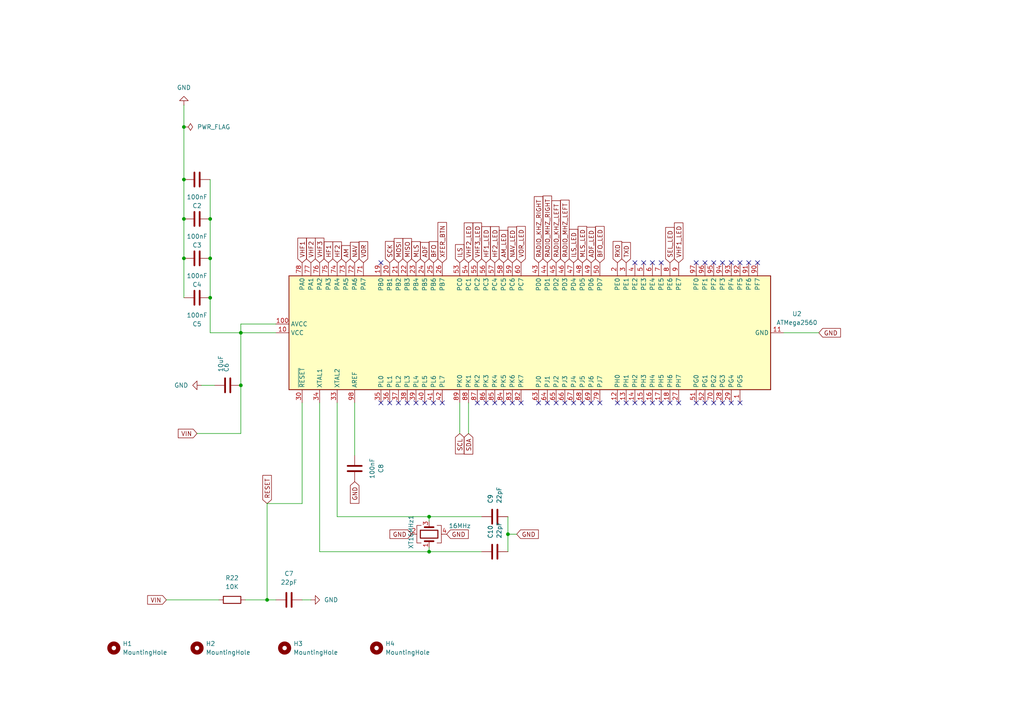
<source format=kicad_sch>
(kicad_sch (version 20231120) (generator "eeschema") (generator_version "8.0")
  (paper "A4")
  (lib_symbols
    (symbol "Device:C" (pin_numbers hide) (pin_names (offset 0.254))
      (property "Reference" "C" (at 0.635 2.54 0))
      (property "Value" "C" (at 0.635 -2.54 0))
      (symbol "C_0_1"
        (polyline (pts (xy -2.032 -0.762) (xy 2.032 -0.762)) (stroke (width 0.508)))
        (polyline (pts (xy -2.032 0.762) (xy 2.032 0.762)) (stroke (width 0.508)))
      )
      (symbol "C_1_1"
        (pin passive line (at 0 3.81 270) (length 2.794) (name "~") (number "1"))
        (pin passive line (at 0 -3.81 90) (length 2.794) (name "~") (number "2"))
      )
    )
    (symbol "Device:Crystal_GND24" (pin_names (offset 1.016) hide)
      (property "Reference" "Y" (at 3.175 5.08 0))
      (property "Value" "Crystal_GND24" (at 3.175 3.175 0))
      (symbol "Crystal_GND24_0_1"
        (rectangle (start -1.143 2.54) (end 1.143 -2.54) (stroke (width 0.3048)))
        (polyline (pts (xy -2.54 0) (xy -2.032 0)))
        (polyline (pts (xy -2.032 -1.27) (xy -2.032 1.27)) (stroke (width 0.508)))
        (polyline (pts (xy 0 -3.81) (xy 0 -3.556)))
        (polyline (pts (xy 0 3.556) (xy 0 3.81)))
        (polyline (pts (xy 2.032 -1.27) (xy 2.032 1.27)) (stroke (width 0.508)))
        (polyline (pts (xy 2.032 0) (xy 2.54 0)))
        (polyline (pts (xy -2.54 -2.286) (xy -2.54 -3.556) (xy 2.54 -3.556) (xy 2.54 -2.286)))
        (polyline (pts (xy -2.54 2.286) (xy -2.54 3.556) (xy 2.54 3.556) (xy 2.54 2.286)))
      )
      (symbol "Crystal_GND24_1_1"
        (pin passive line (at -3.81 0 0) (length 1.27) (name "1") (number "1"))
        (pin passive line (at 0 5.08 270) (length 1.27) (name "2") (number "2"))
        (pin passive line (at 3.81 0 180) (length 1.27) (name "3") (number "3"))
        (pin passive line (at 0 -5.08 90) (length 1.27) (name "4") (number "4"))
      )
    )
    (symbol "Device:R" (pin_numbers hide) (pin_names (offset 0))
      (property "Reference" "R" (at 2.032 0 90))
      (property "Value" "R" (at 0 0 90))
      (symbol "R_0_1"
        (rectangle (start -1.016 -2.54) (end 1.016 2.54) (stroke (width 0.254)))
      )
      (symbol "R_1_1"
        (pin passive line (at 0 3.81 270) (length 1.27) (name "~") (number "1"))
        (pin passive line (at 0 -3.81 90) (length 1.27) (name "~") (number "2"))
      )
    )
    (symbol "MCU_Microchip_ATmega:ATmega2560-16A"
      (property "Reference" "U" (at 0 1.27 0))
      (property "Value" "ATmega2560-16A" (at 0 -1.27 0))
      (symbol "ATmega2560-16A_0_1"
        (rectangle (start -16.51 -69.85) (end 16.51 69.85) (stroke (width 0.254)) (fill (type background)))
      )
      (symbol "ATmega2560-16A_1_1"
        (pin bidirectional line (at -20.32 -60.96 0) (length 3.81) (name "PG5") (number "1"))
        (pin power_in line (at 0 73.66 270) (length 3.81) (name "VCC") (number "10"))
        (pin power_in line (at 2.54 73.66 270) (length 3.81) (name "AVCC") (number "100"))
        (pin power_in line (at 0 -73.66 90) (length 3.81) (name "GND") (number "11"))
        (pin bidirectional line (at -20.32 -25.4 0) (length 3.81) (name "PH0") (number "12"))
        (pin bidirectional line (at -20.32 -27.94 0) (length 3.81) (name "PH1") (number "13"))
        (pin bidirectional line (at -20.32 -30.48 0) (length 3.81) (name "PH2") (number "14"))
        (pin bidirectional line (at -20.32 -33.02 0) (length 3.81) (name "PH3") (number "15"))
        (pin bidirectional line (at -20.32 -35.56 0) (length 3.81) (name "PH4") (number "16"))
        (pin bidirectional line (at -20.32 -38.1 0) (length 3.81) (name "PH5") (number "17"))
        (pin bidirectional line (at -20.32 -40.64 0) (length 3.81) (name "PH6") (number "18"))
        (pin bidirectional line (at 20.32 43.18 180) (length 3.81) (name "PB0") (number "19"))
        (pin bidirectional line (at 20.32 -25.4 180) (length 3.81) (name "PE0") (number "2"))
        (pin bidirectional line (at 20.32 40.64 180) (length 3.81) (name "PB1") (number "20"))
        (pin bidirectional line (at 20.32 38.1 180) (length 3.81) (name "PB2") (number "21"))
        (pin bidirectional line (at 20.32 35.56 180) (length 3.81) (name "PB3") (number "22"))
        (pin bidirectional line (at 20.32 33.02 180) (length 3.81) (name "PB4") (number "23"))
        (pin bidirectional line (at 20.32 30.48 180) (length 3.81) (name "PB5") (number "24"))
        (pin bidirectional line (at 20.32 27.94 180) (length 3.81) (name "PB6") (number "25"))
        (pin bidirectional line (at 20.32 25.4 180) (length 3.81) (name "PB7") (number "26"))
        (pin bidirectional line (at -20.32 -43.18 0) (length 3.81) (name "PH7") (number "27"))
        (pin bidirectional line (at -20.32 -55.88 0) (length 3.81) (name "PG3") (number "28"))
        (pin bidirectional line (at -20.32 -58.42 0) (length 3.81) (name "PG4") (number "29"))
        (pin bidirectional line (at 20.32 -27.94 180) (length 3.81) (name "PE1") (number "3"))
        (pin input line (at -20.32 66.04 0) (length 3.81) (name "~{RESET}") (number "30"))
        (pin passive line (at 0 73.66 270) (length 3.81) hide (name "VCC") (number "31"))
        (pin passive line (at 0 -73.66 90) (length 3.81) hide (name "GND") (number "32"))
        (pin output line (at -20.32 55.88 0) (length 3.81) (name "XTAL2") (number "33"))
        (pin input line (at -20.32 60.96 0) (length 3.81) (name "XTAL1") (number "34"))
        (pin bidirectional line (at -20.32 43.18 0) (length 3.81) (name "PL0") (number "35"))
        (pin bidirectional line (at -20.32 40.64 0) (length 3.81) (name "PL1") (number "36"))
        (pin bidirectional line (at -20.32 38.1 0) (length 3.81) (name "PL2") (number "37"))
        (pin bidirectional line (at -20.32 35.56 0) (length 3.81) (name "PL3") (number "38"))
        (pin bidirectional line (at -20.32 33.02 0) (length 3.81) (name "PL4") (number "39"))
        (pin bidirectional line (at 20.32 -30.48 180) (length 3.81) (name "PE2") (number "4"))
        (pin bidirectional line (at -20.32 30.48 0) (length 3.81) (name "PL5") (number "40"))
        (pin bidirectional line (at -20.32 27.94 0) (length 3.81) (name "PL6") (number "41"))
        (pin bidirectional line (at -20.32 25.4 0) (length 3.81) (name "PL7") (number "42"))
        (pin bidirectional line (at 20.32 -2.54 180) (length 3.81) (name "PD0") (number "43"))
        (pin bidirectional line (at 20.32 -5.08 180) (length 3.81) (name "PD1") (number "44"))
        (pin bidirectional line (at 20.32 -7.62 180) (length 3.81) (name "PD2") (number "45"))
        (pin bidirectional line (at 20.32 -10.16 180) (length 3.81) (name "PD3") (number "46"))
        (pin bidirectional line (at 20.32 -12.7 180) (length 3.81) (name "PD4") (number "47"))
        (pin bidirectional line (at 20.32 -15.24 180) (length 3.81) (name "PD5") (number "48"))
        (pin bidirectional line (at 20.32 -17.78 180) (length 3.81) (name "PD6") (number "49"))
        (pin bidirectional line (at 20.32 -33.02 180) (length 3.81) (name "PE3") (number "5"))
        (pin bidirectional line (at 20.32 -20.32 180) (length 3.81) (name "PD7") (number "50"))
        (pin bidirectional line (at -20.32 -48.26 0) (length 3.81) (name "PG0") (number "51"))
        (pin bidirectional line (at -20.32 -50.8 0) (length 3.81) (name "PG1") (number "52"))
        (pin bidirectional line (at 20.32 20.32 180) (length 3.81) (name "PC0") (number "53"))
        (pin bidirectional line (at 20.32 17.78 180) (length 3.81) (name "PC1") (number "54"))
        (pin bidirectional line (at 20.32 15.24 180) (length 3.81) (name "PC2") (number "55"))
        (pin bidirectional line (at 20.32 12.7 180) (length 3.81) (name "PC3") (number "56"))
        (pin bidirectional line (at 20.32 10.16 180) (length 3.81) (name "PC4") (number "57"))
        (pin bidirectional line (at 20.32 7.62 180) (length 3.81) (name "PC5") (number "58"))
        (pin bidirectional line (at 20.32 5.08 180) (length 3.81) (name "PC6") (number "59"))
        (pin bidirectional line (at 20.32 -35.56 180) (length 3.81) (name "PE4") (number "6"))
        (pin bidirectional line (at 20.32 2.54 180) (length 3.81) (name "PC7") (number "60"))
        (pin passive line (at 0 73.66 270) (length 3.81) hide (name "VCC") (number "61"))
        (pin passive line (at 0 -73.66 90) (length 3.81) hide (name "GND") (number "62"))
        (pin bidirectional line (at -20.32 -2.54 0) (length 3.81) (name "PJ0") (number "63"))
        (pin bidirectional line (at -20.32 -5.08 0) (length 3.81) (name "PJ1") (number "64"))
        (pin bidirectional line (at -20.32 -7.62 0) (length 3.81) (name "PJ2") (number "65"))
        (pin bidirectional line (at -20.32 -10.16 0) (length 3.81) (name "PJ3") (number "66"))
        (pin bidirectional line (at -20.32 -12.7 0) (length 3.81) (name "PJ4") (number "67"))
        (pin bidirectional line (at -20.32 -15.24 0) (length 3.81) (name "PJ5") (number "68"))
        (pin bidirectional line (at -20.32 -17.78 0) (length 3.81) (name "PJ6") (number "69"))
        (pin bidirectional line (at 20.32 -38.1 180) (length 3.81) (name "PE5") (number "7"))
        (pin bidirectional line (at -20.32 -53.34 0) (length 3.81) (name "PG2") (number "70"))
        (pin bidirectional line (at 20.32 48.26 180) (length 3.81) (name "PA7") (number "71"))
        (pin bidirectional line (at 20.32 50.8 180) (length 3.81) (name "PA6") (number "72"))
        (pin bidirectional line (at 20.32 53.34 180) (length 3.81) (name "PA5") (number "73"))
        (pin bidirectional line (at 20.32 55.88 180) (length 3.81) (name "PA4") (number "74"))
        (pin bidirectional line (at 20.32 58.42 180) (length 3.81) (name "PA3") (number "75"))
        (pin bidirectional line (at 20.32 60.96 180) (length 3.81) (name "PA2") (number "76"))
        (pin bidirectional line (at 20.32 63.5 180) (length 3.81) (name "PA1") (number "77"))
        (pin bidirectional line (at 20.32 66.04 180) (length 3.81) (name "PA0") (number "78"))
        (pin bidirectional line (at -20.32 -20.32 0) (length 3.81) (name "PJ7") (number "79"))
        (pin bidirectional line (at 20.32 -40.64 180) (length 3.81) (name "PE6") (number "8"))
        (pin passive line (at 0 73.66 270) (length 3.81) hide (name "VCC") (number "80"))
        (pin passive line (at 0 -73.66 90) (length 3.81) hide (name "GND") (number "81"))
        (pin bidirectional line (at -20.32 2.54 0) (length 3.81) (name "PK7") (number "82"))
        (pin bidirectional line (at -20.32 5.08 0) (length 3.81) (name "PK6") (number "83"))
        (pin bidirectional line (at -20.32 7.62 0) (length 3.81) (name "PK5") (number "84"))
        (pin bidirectional line (at -20.32 10.16 0) (length 3.81) (name "PK4") (number "85"))
        (pin bidirectional line (at -20.32 12.7 0) (length 3.81) (name "PK3") (number "86"))
        (pin bidirectional line (at -20.32 15.24 0) (length 3.81) (name "PK2") (number "87"))
        (pin bidirectional line (at -20.32 17.78 0) (length 3.81) (name "PK1") (number "88"))
        (pin bidirectional line (at -20.32 20.32 0) (length 3.81) (name "PK0") (number "89"))
        (pin bidirectional line (at 20.32 -43.18 180) (length 3.81) (name "PE7") (number "9"))
        (pin bidirectional line (at 20.32 -66.04 180) (length 3.81) (name "PF7") (number "90"))
        (pin bidirectional line (at 20.32 -63.5 180) (length 3.81) (name "PF6") (number "91"))
        (pin bidirectional line (at 20.32 -60.96 180) (length 3.81) (name "PF5") (number "92"))
        (pin bidirectional line (at 20.32 -58.42 180) (length 3.81) (name "PF4") (number "93"))
        (pin bidirectional line (at 20.32 -55.88 180) (length 3.81) (name "PF3") (number "94"))
        (pin bidirectional line (at 20.32 -53.34 180) (length 3.81) (name "PF2") (number "95"))
        (pin bidirectional line (at 20.32 -50.8 180) (length 3.81) (name "PF1") (number "96"))
        (pin bidirectional line (at 20.32 -48.26 180) (length 3.81) (name "PF0") (number "97"))
        (pin passive line (at -20.32 50.8 0) (length 3.81) (name "AREF") (number "98"))
        (pin passive line (at 0 -73.66 90) (length 3.81) hide (name "GND") (number "99"))
      )
    )
    (symbol "Mechanical:MountingHole" (pin_names (offset 1.016)) (exclude_from_sim yes) (in_bom no)
      (property "Reference" "H" (at 0 5.08 0))
      (property "Value" "MountingHole" (at 0 3.175 0))
      (symbol "MountingHole_0_1"
        (circle (center 0 0) (radius 1.27) (stroke (width 1.27)))
      )
    )
    (symbol "power:GND" (power) (pin_numbers hide) (pin_names (offset 0) hide)
      (property "Value" "GND" (at 0 -3.81 0))
      (symbol "GND_0_1"
        (polyline (pts (xy 0 0) (xy 0 -1.27) (xy 1.27 -1.27) (xy 0 -2.54) (xy -1.27 -1.27) (xy 0 -1.27)))
      )
      (symbol "GND_1_1"
        (pin power_in line (at 0 0 270) (length 0) (name "~") (number "1"))
      )
    )
    (symbol "power:PWR_FLAG" (power) (pin_numbers hide) (pin_names (offset 0) hide)
      (property "Value" "PWR_FLAG" (at 0 3.81 0))
      (symbol "PWR_FLAG_0_0"
        (pin power_out line (at 0 0 90) (length 0) (name "~") (number "1"))
      )
      (symbol "PWR_FLAG_0_1"
        (polyline (pts (xy 0 0) (xy 0 1.27) (xy -1.016 1.905) (xy 0 2.54) (xy 1.016 1.905) (xy 0 1.27)))
      )
    )
  )
  (junction (at 69.85 111.76))
  (junction (at 60.96 86.36))
  (junction (at 53.34 74.93))
  (junction (at 60.96 63.5))
  (junction (at 53.34 36.83))
  (junction (at 53.34 52.07))
  (junction (at 60.96 74.93))
  (junction (at 124.46 160.02))
  (junction (at 53.34 63.5))
  (junction (at 124.46 149.86))
  (junction (at 77.47 173.99))
  (junction (at 69.85 96.52))
  (junction (at 147.32 154.94))
  (no_connect (at 204.47 116.84))
  (no_connect (at 173.99 116.84))
  (no_connect (at 161.29 116.84))
  (no_connect (at 219.71 76.2))
  (no_connect (at 186.69 76.2))
  (no_connect (at 184.15 116.84))
  (no_connect (at 166.37 116.84))
  (no_connect (at 184.15 76.2))
  (no_connect (at 115.57 116.84))
  (no_connect (at 123.19 116.84))
  (no_connect (at 143.51 116.84))
  (no_connect (at 120.65 116.84))
  (no_connect (at 214.63 116.84))
  (no_connect (at 214.63 76.2))
  (no_connect (at 181.61 116.84))
  (no_connect (at 168.91 116.84))
  (no_connect (at 189.23 76.2))
  (no_connect (at 158.75 116.84))
  (no_connect (at 194.31 116.84))
  (no_connect (at 201.93 116.84))
  (no_connect (at 209.55 76.2))
  (no_connect (at 140.97 116.84))
  (no_connect (at 171.45 116.84))
  (no_connect (at 148.59 116.84))
  (no_connect (at 113.03 116.84))
  (no_connect (at 191.77 116.84))
  (no_connect (at 207.01 116.84))
  (no_connect (at 128.27 116.84))
  (no_connect (at 125.73 116.84))
  (no_connect (at 209.55 116.84))
  (no_connect (at 186.69 116.84))
  (no_connect (at 151.13 116.84))
  (no_connect (at 156.21 116.84))
  (no_connect (at 146.05 116.84))
  (no_connect (at 179.07 116.84))
  (no_connect (at 118.11 116.84))
  (no_connect (at 212.09 76.2))
  (no_connect (at 138.43 116.84))
  (no_connect (at 110.49 116.84))
  (no_connect (at 163.83 116.84))
  (no_connect (at 110.49 76.2))
  (no_connect (at 196.85 116.84))
  (no_connect (at 201.93 76.2))
  (no_connect (at 204.47 76.2))
  (no_connect (at 217.17 76.2))
  (no_connect (at 189.23 116.84))
  (no_connect (at 212.09 116.84))
  (no_connect (at 207.01 76.2))
  (no_connect (at 191.77 76.2))
  (wire (pts (xy 77.47 146.05) (xy 77.47 173.99)))
  (wire (pts (xy 135.89 125.73) (xy 135.89 116.84)))
  (wire (pts (xy 124.46 151.13) (xy 124.46 149.86)))
  (wire (pts (xy 53.34 30.48) (xy 53.34 36.83)))
  (wire (pts (xy 147.32 154.94) (xy 149.86 154.94)))
  (wire (pts (xy 69.85 96.52) (xy 69.85 93.98)))
  (wire (pts (xy 69.85 96.52) (xy 69.85 111.76)))
  (wire (pts (xy 124.46 149.86) (xy 139.7 149.86)))
  (wire (pts (xy 58.42 111.76) (xy 62.23 111.76)))
  (wire (pts (xy 147.32 154.94) (xy 147.32 149.86)))
  (wire (pts (xy 53.34 63.5) (xy 53.34 74.93)))
  (wire (pts (xy 102.87 116.84) (xy 102.87 132.08)))
  (wire (pts (xy 71.12 173.99) (xy 77.47 173.99)))
  (wire (pts (xy 92.71 160.02) (xy 124.46 160.02)))
  (wire (pts (xy 53.34 52.07) (xy 53.34 63.5)))
  (wire (pts (xy 97.79 149.86) (xy 124.46 149.86)))
  (wire (pts (xy 77.47 146.05) (xy 87.63 146.05)))
  (wire (pts (xy 60.96 74.93) (xy 60.96 86.36)))
  (wire (pts (xy 80.01 173.99) (xy 77.47 173.99)))
  (wire (pts (xy 48.26 173.99) (xy 63.5 173.99)))
  (wire (pts (xy 133.35 125.73) (xy 133.35 116.84)))
  (wire (pts (xy 69.85 125.73) (xy 57.15 125.73)))
  (wire (pts (xy 87.63 146.05) (xy 87.63 116.84)))
  (wire (pts (xy 53.34 74.93) (xy 53.34 86.36)))
  (wire (pts (xy 124.46 160.02) (xy 139.7 160.02)))
  (wire (pts (xy 53.34 36.83) (xy 53.34 52.07)))
  (wire (pts (xy 237.49 96.52) (xy 227.33 96.52)))
  (wire (pts (xy 124.46 158.75) (xy 124.46 160.02)))
  (wire (pts (xy 147.32 160.02) (xy 147.32 154.94)))
  (wire (pts (xy 69.85 96.52) (xy 80.01 96.52)))
  (wire (pts (xy 60.96 96.52) (xy 69.85 96.52)))
  (wire (pts (xy 60.96 86.36) (xy 60.96 96.52)))
  (wire (pts (xy 69.85 93.98) (xy 80.01 93.98)))
  (wire (pts (xy 69.85 111.76) (xy 69.85 125.73)))
  (wire (pts (xy 97.79 149.86) (xy 97.79 116.84)))
  (wire (pts (xy 60.96 63.5) (xy 60.96 74.93)))
  (wire (pts (xy 60.96 52.07) (xy 60.96 63.5)))
  (wire (pts (xy 90.17 173.99) (xy 87.63 173.99)))
  (wire (pts (xy 92.71 160.02) (xy 92.71 116.84)))
  (global_label "BFO" (shape input) (at 125.73 76.2 90) (property "Intersheetrefs" "${INTERSHEET_REFS}" (effects (hide yes))))
  (global_label "RESET" (shape input) (at 77.47 146.05 90) (property "Intersheetrefs" "${INTERSHEET_REFS}" (effects (hide yes))))
  (global_label "XFER_BTN" (shape input) (at 128.27 76.2 90) (property "Intersheetrefs" "${INTERSHEET_REFS}" (effects (hide yes))))
  (global_label "VIN" (shape input) (at 57.15 125.73 180) (property "Intersheetrefs" "${INTERSHEET_REFS}" (effects (hide yes))))
  (global_label "HF2" (shape input) (at 97.79 76.2 90) (property "Intersheetrefs" "${INTERSHEET_REFS}" (effects (hide yes))))
  (global_label "SDA" (shape input) (at 135.89 125.73 270) (property "Intersheetrefs" "${INTERSHEET_REFS}" (effects (hide yes))))
  (global_label "MISO" (shape input) (at 118.11 76.2 90) (property "Intersheetrefs" "${INTERSHEET_REFS}" (effects (hide yes))))
  (global_label "VOR" (shape input) (at 105.41 76.2 90) (property "Intersheetrefs" "${INTERSHEET_REFS}" (effects (hide yes))))
  (global_label "HF1" (shape input) (at 95.25 76.2 90) (property "Intersheetrefs" "${INTERSHEET_REFS}" (effects (hide yes))))
  (global_label "GND" (shape input) (at 237.49 96.52 0) (property "Intersheetrefs" "${INTERSHEET_REFS}" (effects (hide yes))))
  (global_label "VHF3_LED" (shape input) (at 138.43 76.2 90) (property "Intersheetrefs" "${INTERSHEET_REFS}" (effects (hide yes))))
  (global_label "ILS_LED" (shape input) (at 166.37 76.2 90) (property "Intersheetrefs" "${INTERSHEET_REFS}" (effects (hide yes))))
  (global_label "MLS_LED" (shape input) (at 168.91 76.2 90) (property "Intersheetrefs" "${INTERSHEET_REFS}" (effects (hide yes))))
  (global_label "RADIO_KHZ_RIGHT" (shape input) (at 156.21 76.2 90) (property "Intersheetrefs" "${INTERSHEET_REFS}" (effects (hide yes))))
  (global_label "VIN" (shape input) (at 48.26 173.99 180) (property "Intersheetrefs" "${INTERSHEET_REFS}" (effects (hide yes))))
  (global_label "NAV" (shape input) (at 102.87 76.2 90) (property "Intersheetrefs" "${INTERSHEET_REFS}" (effects (hide yes))))
  (global_label "MLS" (shape input) (at 120.65 76.2 90) (property "Intersheetrefs" "${INTERSHEET_REFS}" (effects (hide yes))))
  (global_label "VHF2" (shape input) (at 90.17 76.2 90) (property "Intersheetrefs" "${INTERSHEET_REFS}" (effects (hide yes))))
  (global_label "VHF1" (shape input) (at 87.63 76.2 90) (property "Intersheetrefs" "${INTERSHEET_REFS}" (effects (hide yes))))
  (global_label "TXD" (shape input) (at 181.61 76.2 90) (property "Intersheetrefs" "${INTERSHEET_REFS}" (effects (hide yes))))
  (global_label "GND" (shape input) (at 149.86 154.94 0) (property "Intersheetrefs" "${INTERSHEET_REFS}" (effects (hide yes))))
  (global_label "SEL_LED" (shape input) (at 194.31 76.2 90) (property "Intersheetrefs" "${INTERSHEET_REFS}" (effects (hide yes))))
  (global_label "RADIO_KHZ_LEFT" (shape input) (at 161.29 76.2 90) (property "Intersheetrefs" "${INTERSHEET_REFS}" (effects (hide yes))))
  (global_label "ADF_LED" (shape input) (at 171.45 76.2 90) (property "Intersheetrefs" "${INTERSHEET_REFS}" (effects (hide yes))))
  (global_label "GND" (shape input) (at 102.87 139.7 270) (property "Intersheetrefs" "${INTERSHEET_REFS}" (effects (hide yes))))
  (global_label "HF1_LED" (shape input) (at 140.97 76.2 90) (property "Intersheetrefs" "${INTERSHEET_REFS}" (effects (hide yes))))
  (global_label "RADIO_MHZ_LEFT" (shape input) (at 163.83 76.2 90) (property "Intersheetrefs" "${INTERSHEET_REFS}" (effects (hide yes))))
  (global_label "HF2_LED" (shape input) (at 143.51 76.2 90) (property "Intersheetrefs" "${INTERSHEET_REFS}" (effects (hide yes))))
  (global_label "BFO_LED" (shape input) (at 173.99 76.2 90) (property "Intersheetrefs" "${INTERSHEET_REFS}" (effects (hide yes))))
  (global_label "VHF1_LED" (shape input) (at 196.85 76.2 90) (property "Intersheetrefs" "${INTERSHEET_REFS}" (effects (hide yes))))
  (global_label "GND" (shape input) (at 119.38 154.94 180) (property "Intersheetrefs" "${INTERSHEET_REFS}" (effects (hide yes))))
  (global_label "VHF3" (shape input) (at 92.71 76.2 90) (property "Intersheetrefs" "${INTERSHEET_REFS}" (effects (hide yes))))
  (global_label "RADIO_MHZ_RIGHT" (shape input) (at 158.75 76.2 90) (property "Intersheetrefs" "${INTERSHEET_REFS}" (effects (hide yes))))
  (global_label "NAV_LED" (shape input) (at 148.59 76.2 90) (property "Intersheetrefs" "${INTERSHEET_REFS}" (effects (hide yes))))
  (global_label "ILS" (shape input) (at 133.35 76.2 90) (property "Intersheetrefs" "${INTERSHEET_REFS}" (effects (hide yes))))
  (global_label "VHF2_LED" (shape input) (at 135.89 76.2 90) (property "Intersheetrefs" "${INTERSHEET_REFS}" (effects (hide yes))))
  (global_label "SCK" (shape input) (at 113.03 76.2 90) (property "Intersheetrefs" "${INTERSHEET_REFS}" (effects (hide yes))))
  (global_label "ADF" (shape input) (at 123.19 76.2 90) (property "Intersheetrefs" "${INTERSHEET_REFS}" (effects (hide yes))))
  (global_label "AM_LED" (shape input) (at 146.05 76.2 90) (property "Intersheetrefs" "${INTERSHEET_REFS}" (effects (hide yes))))
  (global_label "VOR_LED" (shape input) (at 151.13 76.2 90) (property "Intersheetrefs" "${INTERSHEET_REFS}" (effects (hide yes))))
  (global_label "RXD" (shape input) (at 179.07 76.2 90) (property "Intersheetrefs" "${INTERSHEET_REFS}" (effects (hide yes))))
  (global_label "MOSI" (shape input) (at 115.57 76.2 90) (property "Intersheetrefs" "${INTERSHEET_REFS}" (effects (hide yes))))
  (global_label "SCL" (shape input) (at 133.35 125.73 270) (property "Intersheetrefs" "${INTERSHEET_REFS}" (effects (hide yes))))
  (global_label "AM" (shape input) (at 100.33 76.2 90) (property "Intersheetrefs" "${INTERSHEET_REFS}" (effects (hide yes))))
  (global_label "GND" (shape input) (at 129.54 154.94 0) (property "Intersheetrefs" "${INTERSHEET_REFS}" (effects (hide yes))))
  (symbol (lib_id "power:GND") (at 90.17 173.99 90) (unit 1)
    (property "Reference" "#PWR03" (effects (hide yes)))
    (property "Value" "GND" (at 93.98 173.9899 90) (effects (justify right)))
    (property "Description" "Power symbol creates a global label with name \"GND\" , ground" (effects (hide yes)))
  )
  (symbol (lib_id "Mechanical:MountingHole") (at 33.02 187.96 0) (unit 1) (exclude_from_sim yes) (in_bom no)
    (property "Reference" "H1" (at 35.56 186.6899 0) (effects (justify left)))
    (property "Value" "MountingHole" (at 35.56 189.2299 0) (effects (justify left)))
    (property "Footprint" "MountingHole:MountingHole_3.2mm_M3" (effects (hide yes)))
    (property "Description" "Mounting Hole without connection" (effects (hide yes)))
  )
  (symbol (lib_id "Device:R") (at 67.31 173.99 90) (unit 1)
    (property "Reference" "R22" (at 67.31 167.64 90))
    (property "Value" "10K" (at 67.31 170.18 90))
    (property "Footprint" "Resistor_SMD:R_1206_3216Metric_Pad1.30x1.75mm_HandSolder" (effects (hide yes)))
    (property "Description" "Resistor" (effects (hide yes)))
  )
  (symbol (lib_id "Device:C") (at 143.51 149.86 90) (unit 1)
    (property "Reference" "C9" (at 142.2399 146.05 0) (effects (justify left)))
    (property "Value" "22pF" (at 144.7799 146.05 0) (effects (justify left)))
    (property "Footprint" "Capacitor_SMD:C_1206_3216Metric_Pad1.33x1.80mm_HandSolder" (effects (hide yes)))
    (property "Description" "Unpolarized capacitor" (effects (hide yes)))
  )
  (symbol (lib_id "Device:C") (at 66.04 111.76 270) (unit 1)
    (property "Reference" "C6" (at 65.6589 107.95 0) (effects (justify right)))
    (property "Value" "10uF" (at 64.008 107.95 0) (effects (justify right)))
    (property "Footprint" "Capacitor_SMD:C_1206_3216Metric_Pad1.33x1.80mm_HandSolder" (effects (hide yes)))
    (property "Description" "Unpolarized capacitor" (effects (hide yes)))
  )
  (symbol (lib_id "Device:C") (at 102.87 135.89 0) (unit 1)
    (property "Reference" "C8" (at 110.49 135.89 90))
    (property "Value" "100nF" (at 107.95 135.89 90))
    (property "Footprint" "Capacitor_SMD:C_1206_3216Metric_Pad1.33x1.80mm_HandSolder" (effects (hide yes)))
    (property "Description" "Unpolarized capacitor" (effects (hide yes)))
  )
  (symbol (lib_id "Mechanical:MountingHole") (at 57.15 187.96 0) (unit 1) (exclude_from_sim yes) (in_bom no)
    (property "Reference" "H2" (at 59.69 186.6899 0) (effects (justify left)))
    (property "Value" "MountingHole" (at 59.69 189.2299 0) (effects (justify left)))
    (property "Footprint" "MountingHole:MountingHole_3.2mm_M3" (effects (hide yes)))
    (property "Description" "Mounting Hole without connection" (effects (hide yes)))
  )
  (symbol (lib_id "Device:C") (at 83.82 173.99 90) (unit 1)
    (property "Reference" "C7" (at 83.82 166.37 90))
    (property "Value" "22pF" (at 83.82 168.91 90))
    (property "Footprint" "Capacitor_SMD:C_1206_3216Metric_Pad1.33x1.80mm_HandSolder" (effects (hide yes)))
    (property "Description" "Unpolarized capacitor" (effects (hide yes)))
  )
  (symbol (lib_id "Device:C") (at 57.15 74.93 270) (unit 1)
    (property "Reference" "C4" (at 57.15 82.55 90))
    (property "Value" "100nF" (at 57.15 80.01 90))
    (property "Footprint" "Capacitor_SMD:C_1206_3216Metric_Pad1.33x1.80mm_HandSolder" (effects (hide yes)))
    (property "Description" "Unpolarized capacitor" (effects (hide yes)))
  )
  (symbol (lib_id "power:GND") (at 58.42 111.76 270) (unit 1)
    (property "Reference" "#PWR02" (effects (hide yes)))
    (property "Value" "GND" (at 54.61 111.7599 90) (effects (justify right)))
    (property "Description" "Power symbol creates a global label with name \"GND\" , ground" (effects (hide yes)))
  )
  (symbol (lib_id "Mechanical:MountingHole") (at 109.22 187.96 0) (unit 1) (exclude_from_sim yes) (in_bom no)
    (property "Reference" "H4" (at 111.76 186.6899 0) (effects (justify left)))
    (property "Value" "MountingHole" (at 111.76 189.2299 0) (effects (justify left)))
    (property "Footprint" "MountingHole:MountingHole_3.2mm_M3" (effects (hide yes)))
    (property "Description" "Mounting Hole without connection" (effects (hide yes)))
  )
  (symbol (lib_id "Device:C") (at 57.15 86.36 270) (unit 1)
    (property "Reference" "C5" (at 57.15 93.98 90))
    (property "Value" "100nF" (at 57.15 91.44 90))
    (property "Footprint" "Capacitor_SMD:C_1206_3216Metric_Pad1.33x1.80mm_HandSolder" (effects (hide yes)))
    (property "Description" "Unpolarized capacitor" (effects (hide yes)))
  )
  (symbol (lib_id "MCU_Microchip_ATmega:ATmega2560-16A") (at 153.67 96.52 90) (unit 1)
    (property "Reference" "U2" (at 231.14 91.0238 90))
    (property "Value" "ATMega2560" (at 231.14 93.5638 90))
    (property "Footprint" "SFLibrary:TQFP100-0.5-14X14MM" (effects (hide yes)))
    (property "Datasheet" "http://ww1.microchip.com/downloads/en/DeviceDoc/Atmel-2549-8-bit-AVR-Microcontroller-ATmega640-1280-1281-2560-2561_datasheet.pdf" (effects (hide yes)))
    (property "Description" "16MHz, 256kB Flash, 8kB SRAM, 4kB EEPROM, JTAG, TQFP-100" (effects (hide yes)))
  )
  (symbol (lib_id "Device:C") (at 57.15 52.07 270) (unit 1)
    (property "Reference" "C2" (at 57.15 59.69 90))
    (property "Value" "100nF" (at 57.15 57.15 90))
    (property "Footprint" "Capacitor_SMD:C_1206_3216Metric_Pad1.33x1.80mm_HandSolder" (effects (hide yes)))
    (property "Description" "Unpolarized capacitor" (effects (hide yes)))
  )
  (symbol (lib_id "Device:C") (at 57.15 63.5 270) (unit 1)
    (property "Reference" "C3" (at 57.15 71.12 90))
    (property "Value" "100nF" (at 57.15 68.58 90))
    (property "Footprint" "Capacitor_SMD:C_1206_3216Metric_Pad1.33x1.80mm_HandSolder" (effects (hide yes)))
    (property "Description" "Unpolarized capacitor" (effects (hide yes)))
  )
  (symbol (lib_id "power:PWR_FLAG") (at 53.34 36.83 270) (unit 1)
    (property "Reference" "#FLG03" (effects (hide yes)))
    (property "Value" "PWR_FLAG" (at 57.15 36.8299 90) (effects (justify left)))
    (property "Description" "Special symbol for telling ERC where power comes from" (effects (hide yes)))
  )
  (symbol (lib_id "Device:C") (at 143.51 160.02 90) (unit 1)
    (property "Reference" "C10" (at 142.2399 156.21 0) (effects (justify left)))
    (property "Value" "22pF" (at 144.7799 156.21 0) (effects (justify left)))
    (property "Footprint" "Capacitor_SMD:C_1206_3216Metric_Pad1.33x1.80mm_HandSolder" (effects (hide yes)))
    (property "Description" "Unpolarized capacitor" (effects (hide yes)))
  )
  (symbol (lib_id "Device:Crystal_GND24") (at 124.46 154.94 90) (unit 1)
    (property "Reference" "XT16MHz1" (at 119.21 154.315 0))
    (property "Value" "16MHz" (at 133.35 152.5268 90))
    (property "Footprint" "Crystal:Crystal_SMD_EuroQuartz_MJ-4Pin_5.0x3.2mm_HandSoldering" (effects (hide yes)))
    (property "Description" "Four pin crystal, GND on pins 2 and 4" (effects (hide yes)))
  )
  (symbol (lib_id "Mechanical:MountingHole") (at 82.55 187.96 0) (unit 1) (exclude_from_sim yes) (in_bom no)
    (property "Reference" "H3" (at 85.09 186.6899 0) (effects (justify left)))
    (property "Value" "MountingHole" (at 85.09 189.2299 0) (effects (justify left)))
    (property "Footprint" "MountingHole:MountingHole_3.2mm_M3" (effects (hide yes)))
    (property "Description" "Mounting Hole without connection" (effects (hide yes)))
  )
  (symbol (lib_id "power:GND") (at 53.34 30.48 180) (unit 1)
    (property "Reference" "#PWR01" (effects (hide yes)))
    (property "Value" "GND" (at 53.34 25.4 0))
    (property "Description" "Power symbol creates a global label with name \"GND\" , ground" (effects (hide yes)))
  )
  (sheet (at -1.27 226.06) (size 298.45 193.04) (stroke (width 0.1524))
    (property "Sheetname" "I2C_Multiplexers" (at -1.27 225.3484 0) (effects (justify left bottom)))
    (property "Sheetfile" "i2c_multiplexers.kicad_sch" (at -1.27 419.6846 0) (effects (justify left top)))
  )
  (sheet (at 598.17 229.87) (size 260.35 187.96) (stroke (width 0.1524))
    (property "Sheetname" "Power Components" (at 598.17 229.1584 0) (effects (justify left bottom)))
    (property "Sheetfile" "powerconn.kicad_sch" (at 598.17 418.4146 0) (effects (justify left top)))
  )
  (sheet (at 303.53 0) (size 280.67 208.28) (stroke (width 0.1524))
    (property "Sheetname" "Components" (at 303.53 -0.7116 0) (effects (justify left bottom)))
    (property "Sheetfile" "components.kicad_sch" (at 303.53 208.8646 0) (effects (justify left top)))
  )
  (sheet (at 596.9 0) (size 261.62 207.01) (stroke (width 0.1524))
    (property "Sheetname" "Leds Sheet" (at 596.9 -0.7116 0) (effects (justify left bottom)))
    (property "Sheetfile" "leds.kicad_sch" (at 596.9 207.5946 0) (effects (justify left top)))
  )
)
</source>
